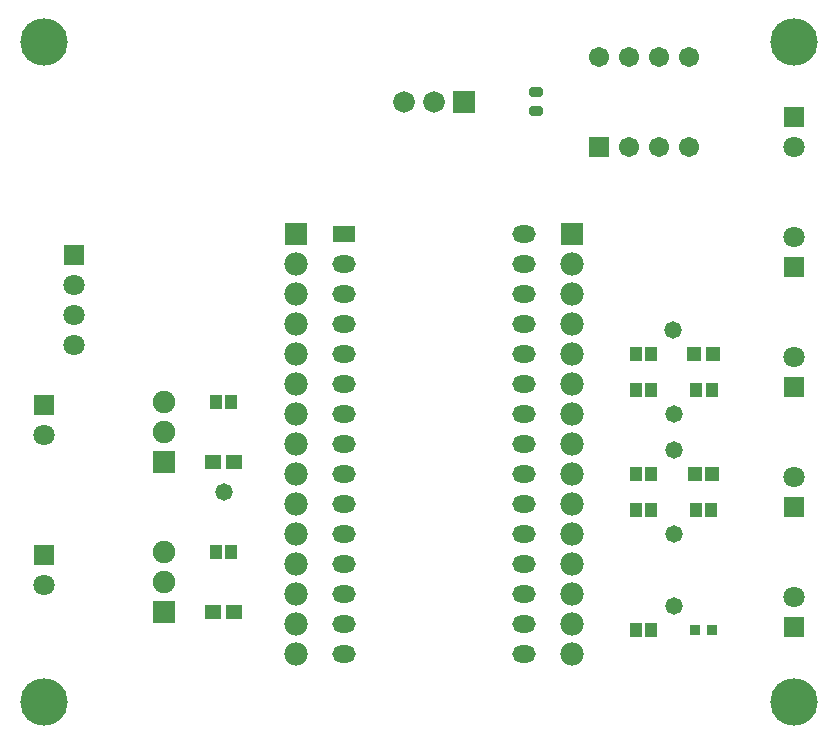
<source format=gts>
G04 Layer_Color=20142*
%FSLAX25Y25*%
%MOIN*%
G70*
G01*
G75*
G04:AMPARAMS|DCode=39|XSize=47.37mil|YSize=31.62mil|CornerRadius=6.36mil|HoleSize=0mil|Usage=FLASHONLY|Rotation=0.000|XOffset=0mil|YOffset=0mil|HoleType=Round|Shape=RoundedRectangle|*
%AMROUNDEDRECTD39*
21,1,0.04737,0.01890,0,0,0.0*
21,1,0.03465,0.03162,0,0,0.0*
1,1,0.01272,0.01732,-0.00945*
1,1,0.01272,-0.01732,-0.00945*
1,1,0.01272,-0.01732,0.00945*
1,1,0.01272,0.01732,0.00945*
%
%ADD39ROUNDEDRECTD39*%
%ADD40R,0.04540X0.04934*%
%ADD41R,0.04343X0.04737*%
%ADD42R,0.05200X0.04800*%
%ADD43R,0.03800X0.03800*%
%ADD44R,0.04540X0.04737*%
%ADD45R,0.04343X0.04934*%
%ADD46R,0.07099X0.07099*%
%ADD47C,0.07099*%
%ADD48C,0.07200*%
%ADD49R,0.07200X0.07200*%
%ADD50R,0.06706X0.06706*%
%ADD51C,0.06706*%
%ADD52C,0.15800*%
%ADD53R,0.07493X0.07493*%
%ADD54C,0.07493*%
%ADD55R,0.07800X0.07800*%
%ADD56C,0.07800*%
%ADD57O,0.07800X0.05800*%
%ADD58R,0.07800X0.05800*%
%ADD59C,0.05800*%
D39*
X334000Y416870D02*
D03*
Y423130D02*
D03*
D40*
X392756Y296000D02*
D03*
X387244D02*
D03*
D41*
X372559Y244000D02*
D03*
X367441D02*
D03*
X232559Y320000D02*
D03*
X227441D02*
D03*
X232559Y270000D02*
D03*
X227441D02*
D03*
X372559Y284000D02*
D03*
X367441D02*
D03*
X372559Y296000D02*
D03*
X367441D02*
D03*
X372559Y336000D02*
D03*
X367441D02*
D03*
X372559Y324000D02*
D03*
X367441D02*
D03*
X392559Y284000D02*
D03*
X387441D02*
D03*
D42*
X233347Y250000D02*
D03*
X226600D02*
D03*
X233347Y300000D02*
D03*
X226600D02*
D03*
D43*
X387250Y244000D02*
D03*
X392750D02*
D03*
D44*
X386850Y336000D02*
D03*
X393150D02*
D03*
D45*
X392657Y324000D02*
D03*
X387343D02*
D03*
D46*
X420000Y365000D02*
D03*
Y415000D02*
D03*
X170000Y319000D02*
D03*
X180000Y369000D02*
D03*
X420000Y245000D02*
D03*
X170000Y269000D02*
D03*
X420000Y285000D02*
D03*
Y325000D02*
D03*
D47*
Y375000D02*
D03*
Y405000D02*
D03*
X170000Y309000D02*
D03*
X180000Y339000D02*
D03*
Y349000D02*
D03*
Y359000D02*
D03*
X420000Y255000D02*
D03*
X170000Y259000D02*
D03*
X420000Y295000D02*
D03*
Y335000D02*
D03*
D48*
X290000Y420000D02*
D03*
X300000D02*
D03*
D49*
X310000D02*
D03*
D50*
X355000Y405000D02*
D03*
D51*
X365000D02*
D03*
X375000D02*
D03*
X385000D02*
D03*
X355000Y435000D02*
D03*
X365000D02*
D03*
X375000D02*
D03*
X385000D02*
D03*
D52*
X420000Y220000D02*
D03*
X170000D02*
D03*
X420000Y440000D02*
D03*
X170000D02*
D03*
D53*
X210000Y300000D02*
D03*
Y250000D02*
D03*
D54*
Y310000D02*
D03*
Y320000D02*
D03*
Y260000D02*
D03*
Y270000D02*
D03*
D55*
X254000Y376000D02*
D03*
X346000D02*
D03*
D56*
X254000Y366000D02*
D03*
Y356000D02*
D03*
Y346000D02*
D03*
Y336000D02*
D03*
Y326000D02*
D03*
Y316000D02*
D03*
Y306000D02*
D03*
Y296000D02*
D03*
Y286000D02*
D03*
Y276000D02*
D03*
Y266000D02*
D03*
Y256000D02*
D03*
Y246000D02*
D03*
Y236000D02*
D03*
X346000Y366000D02*
D03*
Y356000D02*
D03*
Y346000D02*
D03*
Y336000D02*
D03*
Y326000D02*
D03*
Y316000D02*
D03*
Y306000D02*
D03*
Y296000D02*
D03*
Y286000D02*
D03*
Y276000D02*
D03*
Y266000D02*
D03*
Y256000D02*
D03*
Y246000D02*
D03*
Y236000D02*
D03*
D57*
X330000D02*
D03*
Y246000D02*
D03*
Y256000D02*
D03*
Y266000D02*
D03*
Y276000D02*
D03*
Y286000D02*
D03*
Y296000D02*
D03*
Y306000D02*
D03*
Y316000D02*
D03*
Y326000D02*
D03*
Y336000D02*
D03*
Y346000D02*
D03*
Y356000D02*
D03*
Y366000D02*
D03*
Y376000D02*
D03*
X270000Y236000D02*
D03*
Y246000D02*
D03*
Y256000D02*
D03*
Y266000D02*
D03*
Y276000D02*
D03*
Y286000D02*
D03*
Y296000D02*
D03*
Y306000D02*
D03*
Y316000D02*
D03*
Y326000D02*
D03*
Y336000D02*
D03*
Y346000D02*
D03*
Y356000D02*
D03*
Y366000D02*
D03*
D58*
Y376000D02*
D03*
D59*
X379705Y343705D02*
D03*
X380000Y316000D02*
D03*
Y252000D02*
D03*
Y276000D02*
D03*
Y304000D02*
D03*
X230000Y290000D02*
D03*
M02*

</source>
